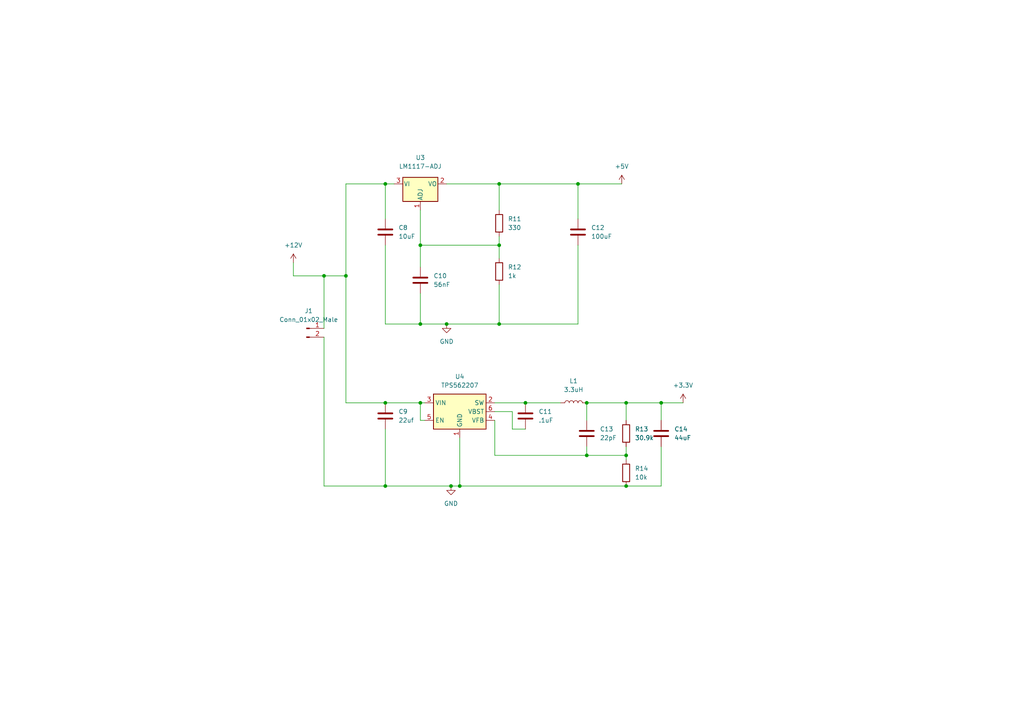
<source format=kicad_sch>
(kicad_sch (version 20211123) (generator eeschema)
  (paper "A4")
  (lib_symbols
    (symbol "Connector:Conn_01x02_Male" (pin_names (offset 1.016) hide)
      (property "Reference" "J" (at 0 2.54 0))
      (property "Value" "Conn_01x02_Male" (at 0 -5.08 0))
      (symbol "Conn_01x02_Male_1_1"
        (polyline (pts (xy 1.27 -2.54) (xy 0.8636 -2.54)) (stroke (width 0.1524)))
        (polyline (pts (xy 1.27 0) (xy 0.8636 0)) (stroke (width 0.1524)))
        (rectangle (start 0.8636 -2.413) (end 0 -2.667) (stroke (width 0.1524)) (fill (type outline)))
        (rectangle (start 0.8636 0.127) (end 0 -0.127) (stroke (width 0.1524)) (fill (type outline)))
        (pin passive line (at 5.08 0 180) (length 3.81) (name "Pin_1") (number "1"))
        (pin passive line (at 5.08 -2.54 180) (length 3.81) (name "Pin_2") (number "2"))
      )
    )
    (symbol "Device:C" (pin_numbers hide) (pin_names (offset 0.254))
      (property "Reference" "C" (at 0.635 2.54 0))
      (property "Value" "C" (at 0.635 -2.54 0))
      (symbol "C_0_1"
        (polyline (pts (xy -2.032 -0.762) (xy 2.032 -0.762)) (stroke (width 0.508)))
        (polyline (pts (xy -2.032 0.762) (xy 2.032 0.762)) (stroke (width 0.508)))
      )
      (symbol "C_1_1"
        (pin passive line (at 0 3.81 270) (length 2.794) (name "~") (number "1"))
        (pin passive line (at 0 -3.81 90) (length 2.794) (name "~") (number "2"))
      )
    )
    (symbol "Device:L" (pin_numbers hide) (pin_names (offset 1.016) hide)
      (property "Reference" "L" (at -1.27 0 90))
      (property "Value" "L" (at 1.905 0 90))
      (symbol "L_0_1"
        (arc (start 0 -2.54) (mid 0.635 -1.905) (end 0 -1.27))
        (arc (start 0 -1.27) (mid 0.635 -0.635) (end 0 0))
        (arc (start 0 0) (mid 0.635 0.635) (end 0 1.27))
        (arc (start 0 1.27) (mid 0.635 1.905) (end 0 2.54))
      )
      (symbol "L_1_1"
        (pin passive line (at 0 3.81 270) (length 1.27) (name "1") (number "1"))
        (pin passive line (at 0 -3.81 90) (length 1.27) (name "2") (number "2"))
      )
    )
    (symbol "Device:R" (pin_numbers hide) (pin_names (offset 0))
      (property "Reference" "R" (at 2.032 0 90))
      (property "Value" "R" (at 0 0 90))
      (symbol "R_0_1"
        (rectangle (start -1.016 -2.54) (end 1.016 2.54) (stroke (width 0.254)))
      )
      (symbol "R_1_1"
        (pin passive line (at 0 3.81 270) (length 1.27) (name "~") (number "1"))
        (pin passive line (at 0 -3.81 90) (length 1.27) (name "~") (number "2"))
      )
    )
    (symbol "Regulator_Linear:LM1117-ADJ" (pin_names (offset 0.254))
      (property "Reference" "U" (at -3.81 3.175 0))
      (property "Value" "LM1117-ADJ" (at 0 3.175 0))
      (symbol "LM1117-ADJ_0_1"
        (rectangle (start -5.08 -5.08) (end 5.08 1.905) (stroke (width 0.254)) (fill (type background)))
      )
      (symbol "LM1117-ADJ_1_1"
        (pin input line (at 0 -7.62 90) (length 2.54) (name "ADJ") (number "1"))
        (pin power_out line (at 7.62 0 180) (length 2.54) (name "VO") (number "2"))
        (pin power_in line (at -7.62 0 0) (length 2.54) (name "VI") (number "3"))
      )
    )
    (symbol "Regulator_Switching:TPS562200"
      (property "Reference" "U" (at -7.62 6.35 0))
      (property "Value" "TPS562200" (at -2.54 6.35 0))
      (symbol "TPS562200_0_1"
        (rectangle (start -7.62 5.08) (end 7.62 -5.08) (stroke (width 0.254)) (fill (type background)))
      )
      (symbol "TPS562200_1_1"
        (pin power_in line (at 0 -7.62 90) (length 2.54) (name "GND") (number "1"))
        (pin output line (at 10.16 2.54 180) (length 2.54) (name "SW") (number "2"))
        (pin power_in line (at -10.16 2.54 0) (length 2.54) (name "VIN") (number "3"))
        (pin input line (at 10.16 -2.54 180) (length 2.54) (name "VFB") (number "4"))
        (pin input line (at -10.16 -2.54 0) (length 2.54) (name "EN") (number "5"))
        (pin passive line (at 10.16 0 180) (length 2.54) (name "VBST") (number "6"))
      )
    )
    (symbol "power:+12V" (power) (pin_names (offset 0))
      (property "Value" "+12V" (at 0 3.556 0))
      (symbol "+12V_0_1"
        (polyline (pts (xy -0.762 1.27) (xy 0 2.54)))
        (polyline (pts (xy 0 0) (xy 0 2.54)))
        (polyline (pts (xy 0 2.54) (xy 0.762 1.27)))
      )
      (symbol "+12V_1_1"
        (pin power_in line (at 0 0 90) (length 0) hide (name "+12V") (number "1"))
      )
    )
    (symbol "power:+3.3V" (power) (pin_names (offset 0))
      (property "Value" "+3.3V" (at 0 3.556 0))
      (symbol "+3.3V_0_1"
        (polyline (pts (xy -0.762 1.27) (xy 0 2.54)))
        (polyline (pts (xy 0 0) (xy 0 2.54)))
        (polyline (pts (xy 0 2.54) (xy 0.762 1.27)))
      )
      (symbol "+3.3V_1_1"
        (pin power_in line (at 0 0 90) (length 0) hide (name "+3.3V") (number "1"))
      )
    )
    (symbol "power:+5V" (power) (pin_names (offset 0))
      (property "Value" "+5V" (at 0 3.556 0))
      (symbol "+5V_0_1"
        (polyline (pts (xy -0.762 1.27) (xy 0 2.54)))
        (polyline (pts (xy 0 0) (xy 0 2.54)))
        (polyline (pts (xy 0 2.54) (xy 0.762 1.27)))
      )
      (symbol "+5V_1_1"
        (pin power_in line (at 0 0 90) (length 0) hide (name "+5V") (number "1"))
      )
    )
    (symbol "power:GND" (power) (pin_names (offset 0))
      (property "Value" "GND" (at 0 -3.81 0))
      (symbol "GND_0_1"
        (polyline (pts (xy 0 0) (xy 0 -1.27) (xy 1.27 -1.27) (xy 0 -2.54) (xy -1.27 -1.27) (xy 0 -1.27)))
      )
      (symbol "GND_1_1"
        (pin power_in line (at 0 0 270) (length 0) hide (name "GND") (number "1"))
      )
    )
  )
  (junction (at 170.18 132.08))
  (junction (at 121.92 71.12))
  (junction (at 144.78 93.98))
  (junction (at 181.61 140.97))
  (junction (at 133.35 140.97))
  (junction (at 129.54 93.98))
  (junction (at 121.92 93.98))
  (junction (at 111.76 53.34))
  (junction (at 111.76 140.97))
  (junction (at 152.4 116.84))
  (junction (at 130.81 140.97))
  (junction (at 167.64 53.34))
  (junction (at 93.98 80.01))
  (junction (at 181.61 116.84))
  (junction (at 144.78 53.34))
  (junction (at 181.61 132.08))
  (junction (at 100.33 80.01))
  (junction (at 144.78 71.12))
  (junction (at 191.77 116.84))
  (junction (at 111.76 116.84))
  (junction (at 121.92 116.84))
  (junction (at 170.18 116.84))
  (wire (pts (xy 148.59 119.38) (xy 143.51 119.38)))
  (wire (pts (xy 93.98 80.01) (xy 85.09 80.01)))
  (wire (pts (xy 85.09 76.2) (xy 85.09 80.01)))
  (wire (pts (xy 191.77 116.84) (xy 198.12 116.84)))
  (wire (pts (xy 100.33 53.34) (xy 100.33 80.01)))
  (wire (pts (xy 152.4 116.84) (xy 162.56 116.84)))
  (wire (pts (xy 191.77 116.84) (xy 191.77 121.92)))
  (wire (pts (xy 121.92 93.98) (xy 129.54 93.98)))
  (wire (pts (xy 100.33 116.84) (xy 111.76 116.84)))
  (wire (pts (xy 191.77 140.97) (xy 181.61 140.97)))
  (wire (pts (xy 111.76 140.97) (xy 111.76 124.46)))
  (wire (pts (xy 133.35 140.97) (xy 130.81 140.97)))
  (wire (pts (xy 144.78 93.98) (xy 129.54 93.98)))
  (wire (pts (xy 111.76 53.34) (xy 114.3 53.34)))
  (wire (pts (xy 144.78 82.55) (xy 144.78 93.98)))
  (wire (pts (xy 121.92 71.12) (xy 144.78 71.12)))
  (wire (pts (xy 191.77 129.54) (xy 191.77 140.97)))
  (wire (pts (xy 143.51 121.92) (xy 143.51 132.08)))
  (wire (pts (xy 170.18 116.84) (xy 181.61 116.84)))
  (wire (pts (xy 100.33 80.01) (xy 100.33 116.84)))
  (wire (pts (xy 144.78 68.58) (xy 144.78 71.12)))
  (wire (pts (xy 181.61 116.84) (xy 181.61 121.92)))
  (wire (pts (xy 121.92 60.96) (xy 121.92 71.12)))
  (wire (pts (xy 93.98 97.79) (xy 93.98 140.97)))
  (wire (pts (xy 121.92 71.12) (xy 121.92 77.47)))
  (wire (pts (xy 121.92 85.09) (xy 121.92 93.98)))
  (wire (pts (xy 133.35 127) (xy 133.35 140.97)))
  (wire (pts (xy 143.51 116.84) (xy 152.4 116.84)))
  (wire (pts (xy 93.98 140.97) (xy 111.76 140.97)))
  (wire (pts (xy 129.54 53.34) (xy 144.78 53.34)))
  (wire (pts (xy 111.76 116.84) (xy 121.92 116.84)))
  (wire (pts (xy 170.18 129.54) (xy 170.18 132.08)))
  (wire (pts (xy 121.92 121.92) (xy 123.19 121.92)))
  (wire (pts (xy 181.61 129.54) (xy 181.61 132.08)))
  (wire (pts (xy 152.4 124.46) (xy 148.59 124.46)))
  (wire (pts (xy 111.76 71.12) (xy 111.76 93.98)))
  (wire (pts (xy 181.61 132.08) (xy 170.18 132.08)))
  (wire (pts (xy 167.64 93.98) (xy 144.78 93.98)))
  (wire (pts (xy 100.33 80.01) (xy 93.98 80.01)))
  (wire (pts (xy 181.61 116.84) (xy 191.77 116.84)))
  (wire (pts (xy 121.92 116.84) (xy 123.19 116.84)))
  (wire (pts (xy 167.64 71.12) (xy 167.64 93.98)))
  (wire (pts (xy 111.76 93.98) (xy 121.92 93.98)))
  (wire (pts (xy 144.78 53.34) (xy 167.64 53.34)))
  (wire (pts (xy 111.76 140.97) (xy 130.81 140.97)))
  (wire (pts (xy 121.92 116.84) (xy 121.92 121.92)))
  (wire (pts (xy 167.64 53.34) (xy 167.64 63.5)))
  (wire (pts (xy 181.61 140.97) (xy 133.35 140.97)))
  (wire (pts (xy 111.76 53.34) (xy 111.76 63.5)))
  (wire (pts (xy 170.18 132.08) (xy 143.51 132.08)))
  (wire (pts (xy 170.18 116.84) (xy 170.18 121.92)))
  (wire (pts (xy 100.33 53.34) (xy 111.76 53.34)))
  (wire (pts (xy 148.59 124.46) (xy 148.59 119.38)))
  (wire (pts (xy 144.78 71.12) (xy 144.78 74.93)))
  (wire (pts (xy 167.64 53.34) (xy 180.34 53.34)))
  (wire (pts (xy 144.78 53.34) (xy 144.78 60.96)))
  (wire (pts (xy 181.61 132.08) (xy 181.61 133.35)))
  (wire (pts (xy 93.98 80.01) (xy 93.98 95.25)))
  (symbol (lib_id "Device:R") (at 144.78 78.74 0) (unit 1)
    (property "Reference" "R12" (at 147.32 77.4699 0) (effects (justify left)))
    (property "Value" "1k" (at 147.32 80.0099 0) (effects (justify left)))
    (property "Footprint" "Resistor_SMD:R_0402_1005Metric" (effects hide))
  )
  (symbol (lib_id "Device:R") (at 144.78 64.77 0) (unit 1)
    (property "Reference" "R11" (at 147.32 63.4999 0) (effects (justify left)))
    (property "Value" "330" (at 147.32 66.0399 0) (effects (justify left)))
    (property "Footprint" "Resistor_SMD:R_0402_1005Metric" (effects hide))
  )
  (symbol (lib_id "power:+3.3V") (at 198.12 116.84 0) (unit 1)
    (property "Reference" "#PWR031" (effects hide))
    (property "Value" "+3.3V" (at 198.12 111.76 0))
  )
  (symbol (lib_id "Device:C") (at 170.18 125.73 0) (unit 1)
    (property "Reference" "C13" (at 173.99 124.46 0) (effects (justify left)))
    (property "Value" "22pF" (at 173.99 127 0) (effects (justify left)))
    (property "Footprint" "Capacitor_SMD:C_0201_0603Metric" (effects hide))
  )
  (symbol (lib_id "Device:C") (at 152.4 120.65 0) (unit 1)
    (property "Reference" "C11" (at 156.21 119.3799 0) (effects (justify left)))
    (property "Value" ".1uF" (at 156.21 121.9199 0) (effects (justify left)))
    (property "Footprint" "Capacitor_SMD:C_0805_2012Metric" (effects hide))
  )
  (symbol (lib_id "Device:C") (at 111.76 120.65 0) (unit 1)
    (property "Reference" "C9" (at 115.57 119.3799 0) (effects (justify left)))
    (property "Value" "22uf" (at 115.57 121.9199 0) (effects (justify left)))
    (property "Footprint" "Capacitor_SMD:C_0805_2012Metric" (effects hide))
  )
  (symbol (lib_id "power:+12V") (at 85.09 76.2 0) (unit 1)
    (property "Reference" "#PWR027" (effects hide))
    (property "Value" "+12V" (at 85.09 71.12 0))
  )
  (symbol (lib_id "power:+5V") (at 180.34 53.34 0) (unit 1)
    (property "Reference" "#PWR030" (effects hide))
    (property "Value" "+5V" (at 180.34 48.26 0))
  )
  (symbol (lib_id "Device:R") (at 181.61 137.16 0) (unit 1)
    (property "Reference" "R14" (at 184.15 135.8899 0) (effects (justify left)))
    (property "Value" "10k" (at 184.15 138.4299 0) (effects (justify left)))
    (property "Footprint" "Resistor_SMD:R_0201_0603Metric" (effects hide))
  )
  (symbol (lib_id "Connector:Conn_01x02_Male") (at 88.9 95.25 0) (unit 1)
    (property "Reference" "J1" (at 89.535 90.17 0))
    (property "Value" "Conn_01x02_Male" (at 89.535 92.71 0))
    (property "Footprint" "Connector_Molex:Molex_KK-396_A-41791-0002_1x02_P3.96mm_Vertical" (effects hide))
  )
  (symbol (lib_id "Device:C") (at 167.64 67.31 0) (unit 1)
    (property "Reference" "C12" (at 171.45 66.0399 0) (effects (justify left)))
    (property "Value" "100uF" (at 171.45 68.5799 0) (effects (justify left)))
    (property "Footprint" "Capacitor_SMD:CP_Elec_6.3x5.8" (effects hide))
  )
  (symbol (lib_id "Device:L") (at 166.37 116.84 90) (unit 1)
    (property "Reference" "L1" (at 166.37 110.49 90))
    (property "Value" "3.3uH" (at 166.37 113.03 90))
    (property "Footprint" "Inductor_SMD:L_Bourns_SRN6045TA" (effects hide))
  )
  (symbol (lib_id "power:GND") (at 129.54 93.98 0) (unit 1)
    (property "Reference" "#PWR028" (effects hide))
    (property "Value" "GND" (at 129.54 99.06 0))
  )
  (symbol (lib_id "power:GND") (at 130.81 140.97 0) (unit 1)
    (property "Reference" "#PWR029" (effects hide))
    (property "Value" "GND" (at 130.81 146.05 0))
  )
  (symbol (lib_id "Device:R") (at 181.61 125.73 0) (unit 1)
    (property "Reference" "R13" (at 184.15 124.4599 0) (effects (justify left)))
    (property "Value" "30.9k" (at 184.15 126.9999 0) (effects (justify left)))
    (property "Footprint" "Resistor_SMD:R_0201_0603Metric" (effects hide))
  )
  (symbol (lib_id "Device:C") (at 191.77 125.73 0) (unit 1)
    (property "Reference" "C14" (at 195.58 124.4599 0) (effects (justify left)))
    (property "Value" "44uF" (at 195.58 126.9999 0) (effects (justify left)))
    (property "Footprint" "Capacitor_SMD:C_0805_2012Metric" (effects hide))
  )
  (symbol (lib_id "Device:C") (at 111.76 67.31 0) (unit 1)
    (property "Reference" "C8" (at 115.57 66.0399 0) (effects (justify left)))
    (property "Value" "10uF" (at 115.57 68.5799 0) (effects (justify left)))
    (property "Footprint" "Capacitor_SMD:CP_Elec_4x5.8" (effects hide))
  )
  (symbol (lib_id "Regulator_Switching:TPS562200") (at 133.35 119.38 0) (unit 1)
    (property "Reference" "U4" (at 133.35 109.22 0))
    (property "Value" "TPS562207" (at 133.35 111.76 0))
    (property "Footprint" "Package_TO_SOT_SMD:SOT-23-6" (effects hide))
    (property "Datasheet" "http://www.ti.com/lit/ds/symlink/tps563200.pdf" (effects hide))
  )
  (symbol (lib_id "Regulator_Linear:LM1117-ADJ") (at 121.92 53.34 0) (unit 1)
    (property "Reference" "U3" (at 121.92 45.72 0))
    (property "Value" "LM1117-ADJ" (at 121.92 48.26 0))
    (property "Footprint" "Package_TO_SOT_SMD:SOT-223-3_TabPin2" (effects hide))
    (property "Datasheet" "http://www.ti.com/lit/ds/symlink/lm1117.pdf" (effects hide))
  )
  (symbol (lib_id "Device:C") (at 121.92 81.28 0) (unit 1)
    (property "Reference" "C10" (at 125.73 80.0099 0) (effects (justify left)))
    (property "Value" "56nF" (at 125.73 82.5499 0) (effects (justify left)))
    (property "Footprint" "Capacitor_SMD:C_0402_1005Metric" (effects hide))
  )
)
</source>
